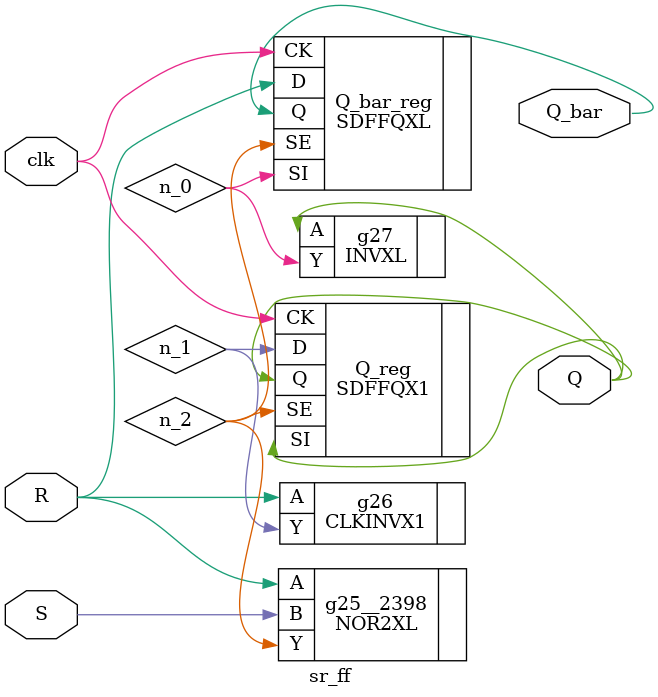
<source format=v>


// Verification Directory fv/sr_ff 

module sr_ff(S, R, clk, Q, Q_bar);
  input S, R, clk;
  output Q, Q_bar;
  wire S, R, clk;
  wire Q, Q_bar;
  wire n_0, n_1, n_2;
  SDFFQX1 Q_reg(.CK (clk), .D (n_1), .SI (Q), .SE (n_2), .Q (Q));
  SDFFQXL Q_bar_reg(.CK (clk), .D (R), .SI (n_0), .SE (n_2), .Q
       (Q_bar));
  NOR2XL g25__2398(.A (R), .B (S), .Y (n_2));
  CLKINVX1 g26(.A (R), .Y (n_1));
  INVXL g27(.A (Q), .Y (n_0));
endmodule


</source>
